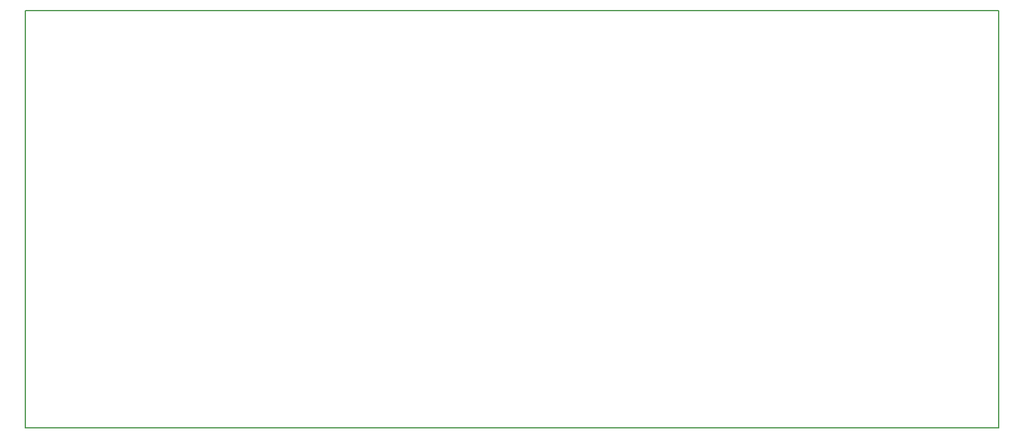
<source format=gbr>
%FSLAX34Y34*%
%MOMM*%
%LNOUTLINE*%
G71*
G01*
%ADD10C, 0.200*%
%LPD*%
G54D10*
X40000Y645000D02*
X1440000Y645000D01*
X1440000Y45000D01*
X40000Y45000D01*
X40000Y645000D01*
M02*

</source>
